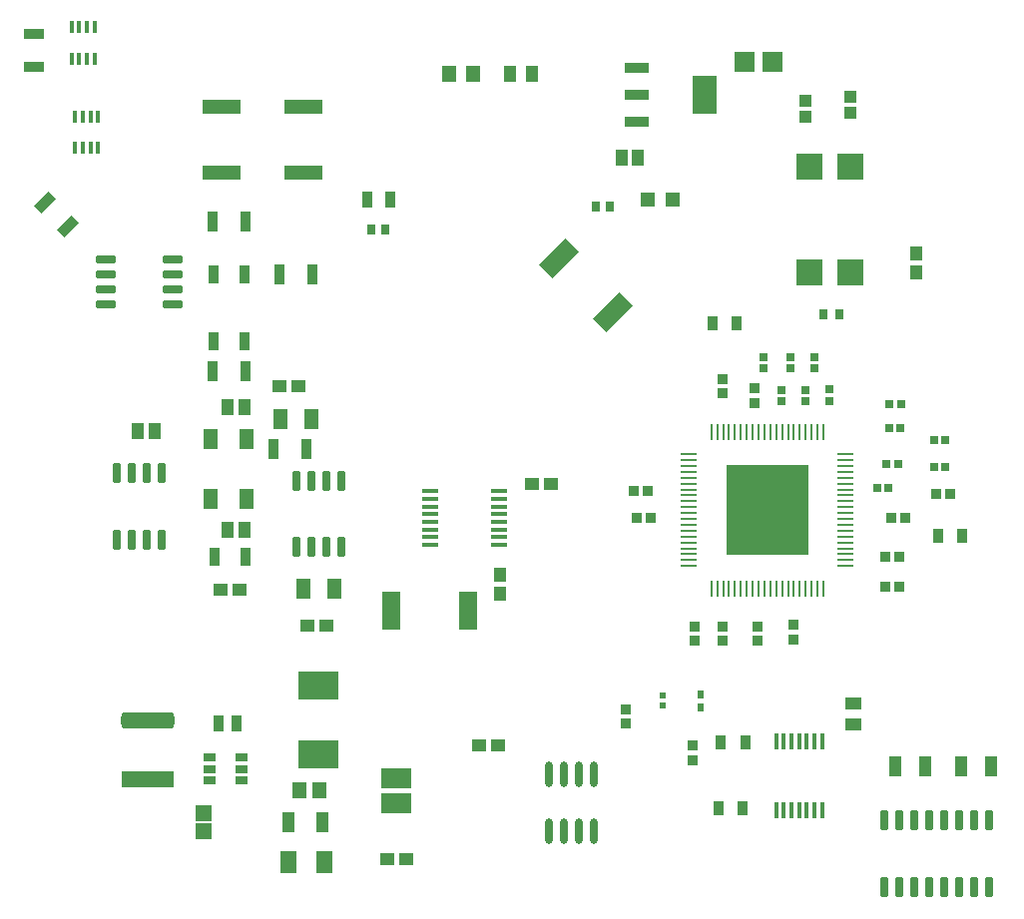
<source format=gbr>
G04*
G04 #@! TF.GenerationSoftware,Altium Limited,Altium Designer,25.2.1 (25)*
G04*
G04 Layer_Color=8421504*
%FSLAX25Y25*%
%MOIN*%
G70*
G04*
G04 #@! TF.SameCoordinates,93333BF9-B9FA-480E-9F15-3530D08D3613*
G04*
G04*
G04 #@! TF.FilePolarity,Positive*
G04*
G01*
G75*
%ADD18R,0.04758X0.03985*%
%ADD19O,0.02362X0.08661*%
%ADD20R,0.08465X0.12795*%
%ADD21R,0.08465X0.03740*%
G04:AMPARAMS|DCode=22|XSize=62.99mil|YSize=125.98mil|CornerRadius=0mil|HoleSize=0mil|Usage=FLASHONLY|Rotation=315.000|XOffset=0mil|YOffset=0mil|HoleType=Round|Shape=Rectangle|*
%AMROTATEDRECTD22*
4,1,4,-0.06681,-0.02227,0.02227,0.06681,0.06681,0.02227,-0.02227,-0.06681,-0.06681,-0.02227,0.0*
%
%ADD22ROTATEDRECTD22*%

%ADD23R,0.03963X0.05544*%
%ADD24R,0.05800X0.01400*%
%ADD25R,0.04724X0.05709*%
%ADD26R,0.06299X0.12598*%
%ADD27R,0.09055X0.08661*%
%ADD28R,0.04134X0.07087*%
%ADD29R,0.01797X0.03928*%
%ADD30R,0.04724X0.04724*%
%ADD31R,0.02894X0.03394*%
G04:AMPARAMS|DCode=32|XSize=271.65mil|YSize=303.15mil|CornerRadius=1.36mil|HoleSize=0mil|Usage=FLASHONLY|Rotation=180.000|XOffset=0mil|YOffset=0mil|HoleType=Round|Shape=RoundedRectangle|*
%AMROUNDEDRECTD32*
21,1,0.27165,0.30043,0,0,180.0*
21,1,0.26894,0.30315,0,0,180.0*
1,1,0.00272,-0.13447,0.15022*
1,1,0.00272,0.13447,0.15022*
1,1,0.00272,0.13447,-0.15022*
1,1,0.00272,-0.13447,-0.15022*
%
%ADD32ROUNDEDRECTD32*%
G04:AMPARAMS|DCode=33|XSize=9.84mil|YSize=51.18mil|CornerRadius=1.97mil|HoleSize=0mil|Usage=FLASHONLY|Rotation=180.000|XOffset=0mil|YOffset=0mil|HoleType=Round|Shape=RoundedRectangle|*
%AMROUNDEDRECTD33*
21,1,0.00984,0.04724,0,0,180.0*
21,1,0.00591,0.05118,0,0,180.0*
1,1,0.00394,-0.00295,0.02362*
1,1,0.00394,0.00295,0.02362*
1,1,0.00394,0.00295,-0.02362*
1,1,0.00394,-0.00295,-0.02362*
%
%ADD33ROUNDEDRECTD33*%
G04:AMPARAMS|DCode=34|XSize=9.84mil|YSize=51.18mil|CornerRadius=1.97mil|HoleSize=0mil|Usage=FLASHONLY|Rotation=270.000|XOffset=0mil|YOffset=0mil|HoleType=Round|Shape=RoundedRectangle|*
%AMROUNDEDRECTD34*
21,1,0.00984,0.04724,0,0,270.0*
21,1,0.00591,0.05118,0,0,270.0*
1,1,0.00394,-0.02362,-0.00295*
1,1,0.00394,-0.02362,0.00295*
1,1,0.00394,0.02362,0.00295*
1,1,0.00394,0.02362,-0.00295*
%
%ADD34ROUNDEDRECTD34*%
%ADD35R,0.06693X0.03740*%
%ADD36R,0.02362X0.02953*%
%ADD37R,0.03740X0.06693*%
%ADD38R,0.04724X0.06890*%
%ADD39R,0.04921X0.07087*%
G04:AMPARAMS|DCode=40|XSize=25.59mil|YSize=64.96mil|CornerRadius=1.92mil|HoleSize=0mil|Usage=FLASHONLY|Rotation=180.000|XOffset=0mil|YOffset=0mil|HoleType=Round|Shape=RoundedRectangle|*
%AMROUNDEDRECTD40*
21,1,0.02559,0.06112,0,0,180.0*
21,1,0.02175,0.06496,0,0,180.0*
1,1,0.00384,-0.01088,0.03056*
1,1,0.00384,0.01088,0.03056*
1,1,0.00384,0.01088,-0.03056*
1,1,0.00384,-0.01088,-0.03056*
%
%ADD40ROUNDEDRECTD40*%
%ADD41R,0.03985X0.04758*%
%ADD42R,0.03543X0.06102*%
%ADD43R,0.03740X0.06693*%
%ADD44R,0.02953X0.03543*%
%ADD45R,0.03740X0.05709*%
G04:AMPARAMS|DCode=46|XSize=25.59mil|YSize=64.96mil|CornerRadius=1.92mil|HoleSize=0mil|Usage=FLASHONLY|Rotation=90.000|XOffset=0mil|YOffset=0mil|HoleType=Round|Shape=RoundedRectangle|*
%AMROUNDEDRECTD46*
21,1,0.02559,0.06112,0,0,90.0*
21,1,0.02175,0.06496,0,0,90.0*
1,1,0.00384,0.03056,0.01088*
1,1,0.00384,0.03056,-0.01088*
1,1,0.00384,-0.03056,-0.01088*
1,1,0.00384,-0.03056,0.01088*
%
%ADD46ROUNDEDRECTD46*%
G04:AMPARAMS|DCode=47|XSize=37.4mil|YSize=66.93mil|CornerRadius=0mil|HoleSize=0mil|Usage=FLASHONLY|Rotation=315.000|XOffset=0mil|YOffset=0mil|HoleType=Round|Shape=Rectangle|*
%AMROTATEDRECTD47*
4,1,4,-0.03689,-0.01044,0.01044,0.03689,0.03689,0.01044,-0.01044,-0.03689,-0.03689,-0.01044,0.0*
%
%ADD47ROTATEDRECTD47*%

%ADD48R,0.12828X0.04550*%
%ADD49R,0.04331X0.05315*%
%ADD50R,0.03568X0.03563*%
%ADD51R,0.03563X0.03568*%
%ADD52R,0.02648X0.02816*%
%ADD53R,0.02816X0.02648*%
%ADD54R,0.04182X0.04560*%
%ADD55R,0.03765X0.04749*%
%ADD56R,0.06905X0.07111*%
%ADD57R,0.04134X0.04134*%
%ADD58R,0.05339X0.07316*%
G04:AMPARAMS|DCode=59|XSize=43.31mil|YSize=23.62mil|CornerRadius=2.01mil|HoleSize=0mil|Usage=FLASHONLY|Rotation=0.000|XOffset=0mil|YOffset=0mil|HoleType=Round|Shape=RoundedRectangle|*
%AMROUNDEDRECTD59*
21,1,0.04331,0.01961,0,0,0.0*
21,1,0.03929,0.02362,0,0,0.0*
1,1,0.00402,0.01965,-0.00980*
1,1,0.00402,-0.01965,-0.00980*
1,1,0.00402,-0.01965,0.00980*
1,1,0.00402,0.01965,0.00980*
%
%ADD59ROUNDEDRECTD59*%
G04:AMPARAMS|DCode=60|XSize=55.12mil|YSize=177.17mil|CornerRadius=13.78mil|HoleSize=0mil|Usage=FLASHONLY|Rotation=270.000|XOffset=0mil|YOffset=0mil|HoleType=Round|Shape=RoundedRectangle|*
%AMROUNDEDRECTD60*
21,1,0.05512,0.14961,0,0,270.0*
21,1,0.02756,0.17717,0,0,270.0*
1,1,0.02756,-0.07480,-0.01378*
1,1,0.02756,-0.07480,0.01378*
1,1,0.02756,0.07480,0.01378*
1,1,0.02756,0.07480,-0.01378*
%
%ADD60ROUNDEDRECTD60*%
%ADD61R,0.17717X0.05512*%
%ADD62R,0.03740X0.05315*%
%ADD63R,0.10261X0.06704*%
%ADD64R,0.01772X0.05807*%
%ADD65R,0.02254X0.02423*%
%ADD66R,0.03150X0.03740*%
%ADD67R,0.05733X0.05426*%
%ADD68R,0.05315X0.03937*%
%ADD69R,0.13500X0.09500*%
%ADD70R,0.04331X0.06693*%
%ADD71R,0.04921X0.05709*%
D18*
X156000Y55000D02*
D03*
X162314D02*
D03*
X125343Y17000D02*
D03*
X131657D02*
D03*
X89343Y175000D02*
D03*
X95657D02*
D03*
X105000Y95000D02*
D03*
X98686D02*
D03*
X180000Y142500D02*
D03*
X173686D02*
D03*
X69843Y107000D02*
D03*
X76157D02*
D03*
D19*
X179500Y26551D02*
D03*
X184500D02*
D03*
X189500D02*
D03*
X194500D02*
D03*
X179500Y45449D02*
D03*
X184500D02*
D03*
X189500D02*
D03*
X194500D02*
D03*
D20*
X231500Y272500D02*
D03*
D21*
X208665Y263445D02*
D03*
Y272500D02*
D03*
Y281555D02*
D03*
D22*
X200748Y199652D02*
D03*
X182652Y217748D02*
D03*
D23*
X173844Y279500D02*
D03*
X166357D02*
D03*
D24*
X162831Y140059D02*
D03*
Y137500D02*
D03*
Y134941D02*
D03*
Y132382D02*
D03*
Y129823D02*
D03*
Y127264D02*
D03*
Y124705D02*
D03*
Y122146D02*
D03*
X139831D02*
D03*
Y124705D02*
D03*
Y127264D02*
D03*
Y129823D02*
D03*
Y132382D02*
D03*
Y134941D02*
D03*
Y137500D02*
D03*
Y140059D02*
D03*
D25*
X146263Y279400D02*
D03*
X154137D02*
D03*
D26*
X126905Y100000D02*
D03*
X152495D02*
D03*
D27*
X266329Y248433D02*
D03*
Y213000D02*
D03*
X280108D02*
D03*
Y248433D02*
D03*
D28*
X305020Y48000D02*
D03*
X294980D02*
D03*
X316976D02*
D03*
X327016D02*
D03*
D29*
X27677Y295000D02*
D03*
X25118D02*
D03*
X22559D02*
D03*
X20000D02*
D03*
Y284572D02*
D03*
X22559D02*
D03*
X25118D02*
D03*
X27677D02*
D03*
X28839Y254786D02*
D03*
X26280D02*
D03*
X23720D02*
D03*
X21161D02*
D03*
Y265214D02*
D03*
X23720D02*
D03*
X26280D02*
D03*
X28839D02*
D03*
D30*
X220768Y237500D02*
D03*
X212500D02*
D03*
D31*
X199923Y235000D02*
D03*
X195077D02*
D03*
D32*
X252401Y133747D02*
D03*
D33*
X271101Y107566D02*
D03*
X269133D02*
D03*
X267164D02*
D03*
X265196D02*
D03*
X263227D02*
D03*
X261259D02*
D03*
X259290D02*
D03*
X257322D02*
D03*
X255353D02*
D03*
X253385D02*
D03*
X251416D02*
D03*
X249448D02*
D03*
X247479D02*
D03*
X245511D02*
D03*
X243542D02*
D03*
X241574D02*
D03*
X239605D02*
D03*
X237637D02*
D03*
X235668D02*
D03*
X233700D02*
D03*
Y159928D02*
D03*
X235668D02*
D03*
X237637D02*
D03*
X239605D02*
D03*
X241574D02*
D03*
X243542D02*
D03*
X245511D02*
D03*
X247479D02*
D03*
X249448D02*
D03*
X251416D02*
D03*
X253385D02*
D03*
X255353D02*
D03*
X257322D02*
D03*
X259290D02*
D03*
X261259D02*
D03*
X263227D02*
D03*
X265196D02*
D03*
X267164D02*
D03*
X269133D02*
D03*
X271101D02*
D03*
D34*
X226220Y115046D02*
D03*
Y117015D02*
D03*
Y118983D02*
D03*
Y120952D02*
D03*
Y122920D02*
D03*
Y124889D02*
D03*
Y126857D02*
D03*
Y128826D02*
D03*
Y130794D02*
D03*
Y132763D02*
D03*
Y134731D02*
D03*
Y136700D02*
D03*
Y138668D02*
D03*
Y140637D02*
D03*
Y142605D02*
D03*
Y144574D02*
D03*
Y146542D02*
D03*
Y148511D02*
D03*
Y150479D02*
D03*
Y152448D02*
D03*
X278582D02*
D03*
Y150479D02*
D03*
Y148511D02*
D03*
Y146542D02*
D03*
Y144574D02*
D03*
Y142605D02*
D03*
Y140637D02*
D03*
Y138668D02*
D03*
Y136700D02*
D03*
Y134731D02*
D03*
Y132763D02*
D03*
Y130794D02*
D03*
Y128826D02*
D03*
Y126857D02*
D03*
Y124889D02*
D03*
Y122920D02*
D03*
Y120952D02*
D03*
Y118983D02*
D03*
Y117015D02*
D03*
Y115046D02*
D03*
D35*
X7600Y292912D02*
D03*
Y281888D02*
D03*
D36*
X230000Y72165D02*
D03*
Y67835D02*
D03*
D37*
X98512Y154000D02*
D03*
X87488D02*
D03*
X66988Y230000D02*
D03*
X78012D02*
D03*
D38*
X100118Y164072D02*
D03*
X89882D02*
D03*
X97500Y107500D02*
D03*
X107736D02*
D03*
D39*
X78504Y137500D02*
D03*
X66496D02*
D03*
Y157500D02*
D03*
X78504D02*
D03*
D40*
X35000Y123878D02*
D03*
X40000D02*
D03*
X45000D02*
D03*
X50000D02*
D03*
X35000Y146122D02*
D03*
X40000D02*
D03*
X45000D02*
D03*
X50000D02*
D03*
X95000Y121378D02*
D03*
X100000D02*
D03*
X105000D02*
D03*
X110000D02*
D03*
X95000Y143622D02*
D03*
X100000D02*
D03*
X105000D02*
D03*
X110000D02*
D03*
X291500Y7878D02*
D03*
X296500D02*
D03*
X301500D02*
D03*
X306500D02*
D03*
X311500D02*
D03*
X316500D02*
D03*
X321500D02*
D03*
X326500D02*
D03*
X291500Y30122D02*
D03*
X296500D02*
D03*
X301500D02*
D03*
X306500D02*
D03*
X311500D02*
D03*
X316500D02*
D03*
X321500D02*
D03*
X326500D02*
D03*
D41*
X163000Y105843D02*
D03*
Y112157D02*
D03*
D42*
X77716Y212500D02*
D03*
X67283D02*
D03*
X77716Y190000D02*
D03*
X67283D02*
D03*
X78216Y118000D02*
D03*
X67783D02*
D03*
D43*
X100512Y212500D02*
D03*
X89488D02*
D03*
X66988Y180000D02*
D03*
X78012D02*
D03*
D44*
X120000Y227500D02*
D03*
X124724D02*
D03*
D45*
X118661Y237500D02*
D03*
X126339D02*
D03*
D46*
X53622Y202500D02*
D03*
Y207500D02*
D03*
Y212500D02*
D03*
Y217500D02*
D03*
X31378Y202500D02*
D03*
Y207500D02*
D03*
Y212500D02*
D03*
Y217500D02*
D03*
D47*
X18897Y228603D02*
D03*
X11103Y236397D02*
D03*
D48*
X70000Y268529D02*
D03*
Y246472D02*
D03*
X97500D02*
D03*
Y268529D02*
D03*
D49*
X72244Y168000D02*
D03*
X77756D02*
D03*
X42244Y160000D02*
D03*
X47756D02*
D03*
X209256Y251500D02*
D03*
X203744D02*
D03*
X72244Y127000D02*
D03*
X77756D02*
D03*
D50*
X237500Y172771D02*
D03*
Y177500D02*
D03*
X249000Y90136D02*
D03*
Y94864D02*
D03*
X261000Y90636D02*
D03*
Y95364D02*
D03*
X228000Y90000D02*
D03*
Y94729D02*
D03*
X237500Y90136D02*
D03*
Y94864D02*
D03*
X248000Y174364D02*
D03*
Y169635D02*
D03*
X205000Y62500D02*
D03*
Y67229D02*
D03*
X227500Y50271D02*
D03*
Y55000D02*
D03*
D51*
X291636Y118000D02*
D03*
X296364D02*
D03*
X207771Y140000D02*
D03*
X212500D02*
D03*
X208636Y131000D02*
D03*
X213364D02*
D03*
X298364D02*
D03*
X293636D02*
D03*
X313364Y139000D02*
D03*
X308636D02*
D03*
X296364Y108000D02*
D03*
X291636D02*
D03*
D52*
X260000Y181116D02*
D03*
Y184884D02*
D03*
X265000Y170116D02*
D03*
Y173884D02*
D03*
X257000Y170116D02*
D03*
Y173884D02*
D03*
X251000Y181000D02*
D03*
Y184768D02*
D03*
X273000Y170232D02*
D03*
Y174000D02*
D03*
X268000Y181116D02*
D03*
Y184884D02*
D03*
D53*
X289116Y141000D02*
D03*
X292884D02*
D03*
X308116Y148000D02*
D03*
X311884D02*
D03*
X292232Y149000D02*
D03*
X296000D02*
D03*
X308116Y157000D02*
D03*
X311884D02*
D03*
X293116Y161000D02*
D03*
X296884D02*
D03*
X293232Y169000D02*
D03*
X297000D02*
D03*
D54*
X302000Y213000D02*
D03*
Y219512D02*
D03*
D55*
X309429Y125000D02*
D03*
X317500D02*
D03*
X242035Y196000D02*
D03*
X233965D02*
D03*
X236929Y56000D02*
D03*
X245000D02*
D03*
X235965Y34000D02*
D03*
X244035D02*
D03*
D56*
X244870Y283500D02*
D03*
X254130D02*
D03*
D57*
X280000Y266500D02*
D03*
Y271815D02*
D03*
X265000Y265125D02*
D03*
Y270440D02*
D03*
D58*
X92492Y16000D02*
D03*
X104508D02*
D03*
D59*
X76630Y50980D02*
D03*
Y47240D02*
D03*
Y43500D02*
D03*
X66000Y50980D02*
D03*
Y47240D02*
D03*
Y43500D02*
D03*
D60*
X45276Y63342D02*
D03*
D61*
Y43657D02*
D03*
D62*
X69095Y62500D02*
D03*
X75000D02*
D03*
D63*
X128558Y44000D02*
D03*
Y35728D02*
D03*
D64*
X255323Y33433D02*
D03*
X257882D02*
D03*
X260441D02*
D03*
X263000D02*
D03*
X265559D02*
D03*
X268118D02*
D03*
X270677D02*
D03*
Y56567D02*
D03*
X268118D02*
D03*
X265559D02*
D03*
X263000D02*
D03*
X260441D02*
D03*
X257882D02*
D03*
X255323D02*
D03*
D65*
X217500Y68313D02*
D03*
Y71687D02*
D03*
D66*
X276315Y199190D02*
D03*
X271000D02*
D03*
D67*
X64000Y26484D02*
D03*
Y32500D02*
D03*
D68*
X281000Y69087D02*
D03*
Y62000D02*
D03*
D69*
X102500Y52000D02*
D03*
Y75000D02*
D03*
D70*
X92291Y29500D02*
D03*
X103709D02*
D03*
D71*
X102693Y40000D02*
D03*
X96000D02*
D03*
M02*

</source>
